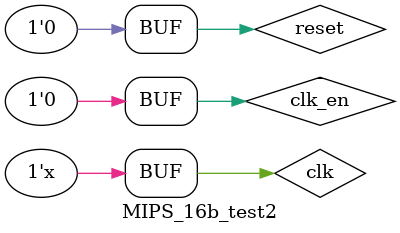
<source format=v>
`timescale 1ns / 1ps


module MIPS_16b_test2;

	// Inputs
	reg clk;
	reg clk_en;
	reg reset;

	// Outputs
	wire [31:0] next_pc_if;
	wire [31:0] instr_if;
	wire reg_write_id;
	wire mem2reg_id;
	wire [4:0] branch_id;
	wire mem_w_id;
	wire mem_r_id;
	wire reg_dst_id;
	wire alu_src_id;
	wire [3:0] alu_op_id;
	wire [31:0] next_pc_id;
	wire [31:0] r_data1_id;
	wire [31:0] r_data2_id;
	wire [31:0] pc_offset_id;
	wire [4:0] dest1_id;
	wire [4:0] dest2_id;
	wire [4:0] source1_id;
	wire reg_write_ex;
	wire mem2reg_ex;
	wire [4:0] branch_ex;
	wire mem_w_ex;
	wire mem_r_ex;
	wire [31:0] offset_pc_ex;
	wire [5:0] cond_code_ex;
	wire [31:0] alu_out_ex;
	wire [31:0] reg_data2_ex;
	wire [4:0] dest_reg_ex;
	wire reg_write_mem;
	wire mem2reg_mem;
	wire [31:0] read_data_mem;
	wire [31:0] alu_out_mem;
	wire [4:0] dest_reg_mem;
	wire [31:0] pc;
	wire [31:0] cycle_count;
	wire [31:0] instr_count;
	wire [31:0] load_stall_count;
	wire [31:0] branch_stall_count;

	// Instantiate the Unit Under Test (UUT)
	mips_16b uut (
		.clk(clk), 
		.clk_en(clk_en), 
		.reset(reset), 
		.next_pc_if(next_pc_if), 
		.instr_if(instr_if), 
		.reg_write_id(reg_write_id), 
		.mem2reg_id(mem2reg_id), 
		.branch_id(branch_id), 
		.mem_w_id(mem_w_id), 
		.mem_r_id(mem_r_id), 
		.reg_dst_id(reg_dst_id), 
		.alu_src_id(alu_src_id), 
		.alu_op_id(alu_op_id), 
		.next_pc_id(next_pc_id), 
		.r_data1_id(r_data1_id), 
		.r_data2_id(r_data2_id), 
		.pc_offset_id(pc_offset_id), 
		.dest1_id(dest1_id), 
		.dest2_id(dest2_id), 
		.source1_id(source1_id), 
		.reg_write_ex(reg_write_ex), 
		.mem2reg_ex(mem2reg_ex), 
		.branch_ex(branch_ex), 
		.mem_w_ex(mem_w_ex), 
		.mem_r_ex(mem_r_ex), 
		.offset_pc_ex(offset_pc_ex), 
		.cond_code_ex(cond_code_ex), 
		.alu_out_ex(alu_out_ex), 
		.reg_data2_ex(reg_data2_ex), 
		.dest_reg_ex(dest_reg_ex), 
		.reg_write_mem(reg_write_mem), 
		.mem2reg_mem(mem2reg_mem), 
		.read_data_mem(read_data_mem), 
		.alu_out_mem(alu_out_mem), 
		.dest_reg_mem(dest_reg_mem), 
		.pc(pc), 
		.cycle_count(cycle_count), 
		.instr_count(instr_count), 
		.load_stall_count(load_stall_count), 
		.branch_stall_count(branch_stall_count)
	);

	initial begin
		// Initialize Inputs
		clk = 0;
		clk_en = 0;
		reset = 0;

		// Wait 100 ns for global reset to finish
		#100;
        
		// Add stimulus here

	end
      
	always begin
		#1 clk = ~clk;
	end
	
endmodule


</source>
